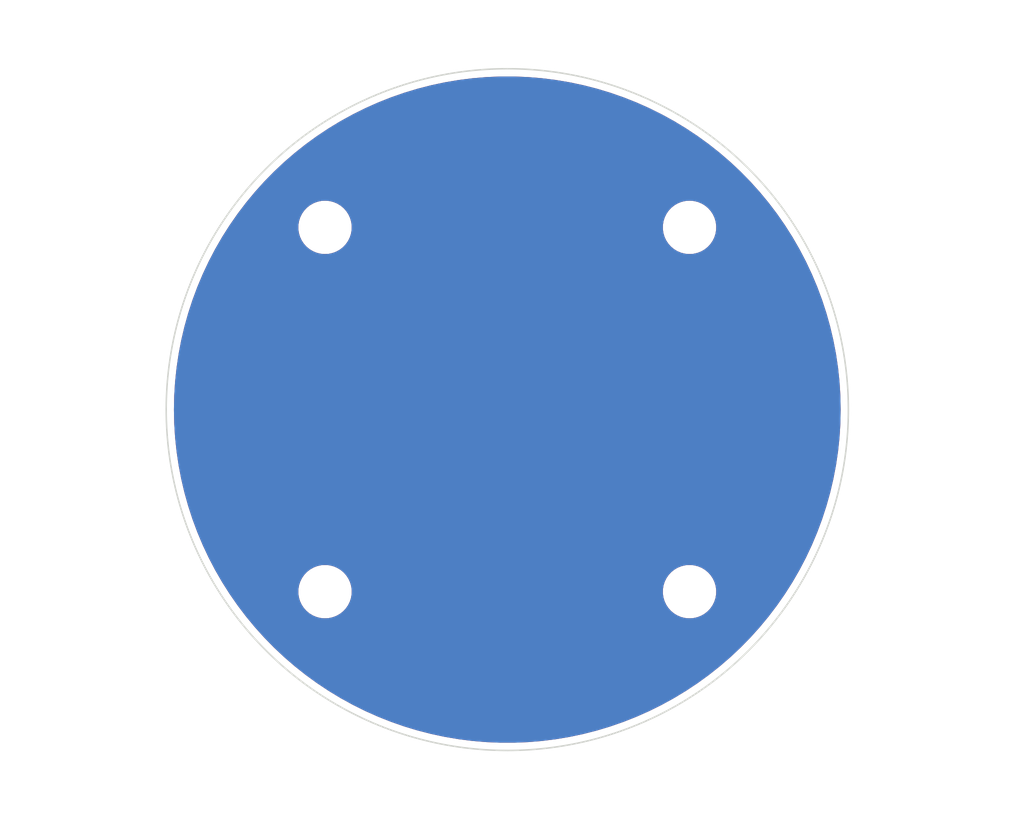
<source format=kicad_pcb>
(kicad_pcb (version 20211014) (generator pcbnew)
  (title_block (title "LBS1 - Bottom Plate") (date "2022-04-07") (rev "v1.0") (company "Tweety's Wild Thinking") (comment 1 "Markus Knutsson <markus.knutsson@tweety.se>") (comment 2 "https://github.com/TweetyDaBird") (comment 3 "Licensed under Creative Commons BY-SA 4.0 International "))
  (layers (0 "F.Cu" signal) (31 "B.Cu" signal) (34 "B.Paste" user) (35 "F.Paste" user) (36 "B.SilkS" user "B.Silkscreen") (37 "F.SilkS" user "F.Silkscreen") (38 "B.Mask" user) (39 "F.Mask" user) (44 "Edge.Cuts" user))
  (net 0 "")
  (footprint "Keyboard Switches & Encoders:Spacer Plate hole" (layer "F.Cu") (at 43.097185 72.726815)
    (fp_text reference "H3" hide)
    (fp_text value "Hole")
    (pad "" np_thru_hole circle (at 0 0) (size 2.5 2.5) (drill 2.5) (layers *.Cu *.Mask))
  )
  (footprint "Keyboard Switches & Encoders:Spacer Plate hole" (layer "F.Cu") (at 43.097185 48.685185)
    (fp_text reference "H1" hide)
    (fp_text value "Hole")
    (pad "" np_thru_hole circle (at 0 0) (size 2.5 2.5) (drill 2.5) (layers *.Cu *.Mask))
  )
  (footprint "Keyboard Switches & Encoders:Spacer Plate hole" (layer "F.Cu") (at 67.138815 72.726815)
    (fp_text reference "H2" hide)
    (fp_text value "Hole")
    (pad "" np_thru_hole circle (at 0 0) (size 2.5 2.5) (drill 2.5) (layers *.Cu *.Mask))
  )
  (footprint "Keyboard Switches & Encoders:Spacer Plate hole" (layer "F.Cu") (at 67.138815 48.685185)
    (fp_text reference "H4" hide)
    (fp_text value "Hole")
    (pad "" np_thru_hole circle (at 0 0) (size 2.5 2.5) (drill 2.5) (layers *.Cu *.Mask))
  )
  (gr_circle (center 55.119582 60.712004) (end 77.615682 60.712004) (layer "Edge.Cuts") (width 0.1) (fill none))
  (zone (net 0) (net_name "") (layers F&B.Cu) (connect_pads (clearance 0.508)) (min_thickness 0.254) (fill yes (thermal_gap 0.508) (thermal_bridge_width 0.508))
    (polygon (pts (xy 89.22 87.82) (xy 21.66 87.82) (xy 21.66 33.68) (xy 89.22 33.68)))
  )
)
</source>
